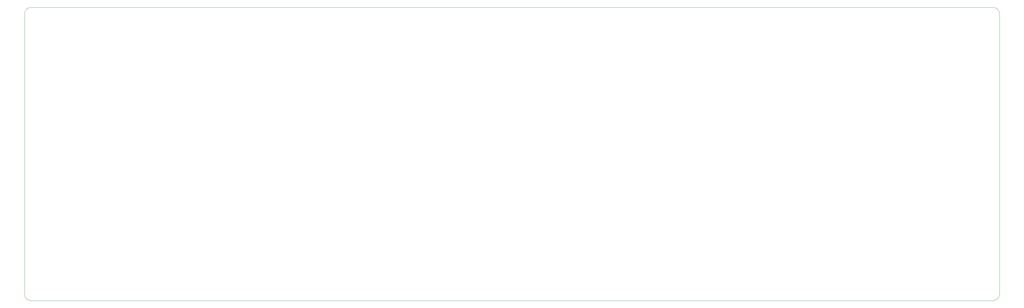
<source format=gbr>
%TF.GenerationSoftware,KiCad,Pcbnew,7.0.1*%
%TF.CreationDate,2023-05-09T15:13:21+09:00*%
%TF.ProjectId,Pherk60,50686572-6b36-4302-9e6b-696361645f70,rev?*%
%TF.SameCoordinates,Original*%
%TF.FileFunction,Profile,NP*%
%FSLAX46Y46*%
G04 Gerber Fmt 4.6, Leading zero omitted, Abs format (unit mm)*
G04 Created by KiCad (PCBNEW 7.0.1) date 2023-05-09 15:13:21*
%MOMM*%
%LPD*%
G01*
G04 APERTURE LIST*
%TA.AperFunction,Profile*%
%ADD10C,0.100000*%
%TD*%
G04 APERTURE END LIST*
D10*
X337637500Y-31075000D02*
X337637500Y-121325000D01*
X26312500Y-29075000D02*
X335637500Y-29075000D01*
X337637500Y-31075000D02*
G75*
G03*
X335637500Y-29075000I-2000000J0D01*
G01*
X24312500Y-121325000D02*
G75*
G03*
X26312500Y-123325000I2000000J0D01*
G01*
X26312500Y-29075000D02*
G75*
G03*
X24312500Y-31075000I0J-2000000D01*
G01*
X335637500Y-123325000D02*
X26312500Y-123325000D01*
X335637500Y-123325000D02*
G75*
G03*
X337637500Y-121325000I0J2000000D01*
G01*
X24312500Y-121325000D02*
X24312500Y-31075000D01*
M02*

</source>
